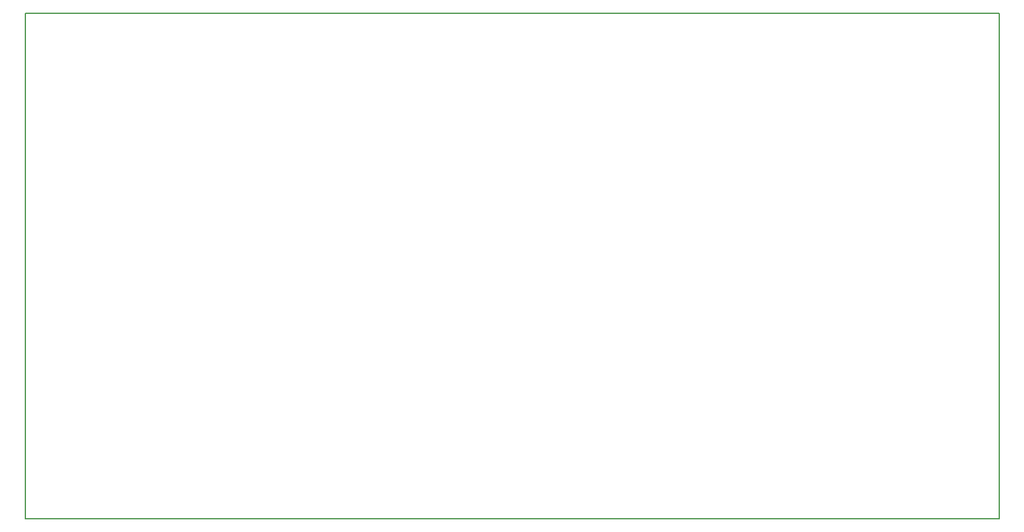
<source format=gm1>
G04 MADE WITH FRITZING*
G04 WWW.FRITZING.ORG*
G04 DOUBLE SIDED*
G04 HOLES PLATED*
G04 CONTOUR ON CENTER OF CONTOUR VECTOR*
%ASAXBY*%
%FSLAX23Y23*%
%MOIN*%
%OFA0B0*%
%SFA1.0B1.0*%
%ADD10R,5.386110X2.801840*%
%ADD11C,0.008000*%
%ADD10C,0.008*%
%LNCONTOUR*%
G90*
G70*
G54D10*
G54D11*
X4Y2798D02*
X5382Y2798D01*
X5382Y4D01*
X4Y4D01*
X4Y2798D01*
D02*
G04 End of contour*
M02*
</source>
